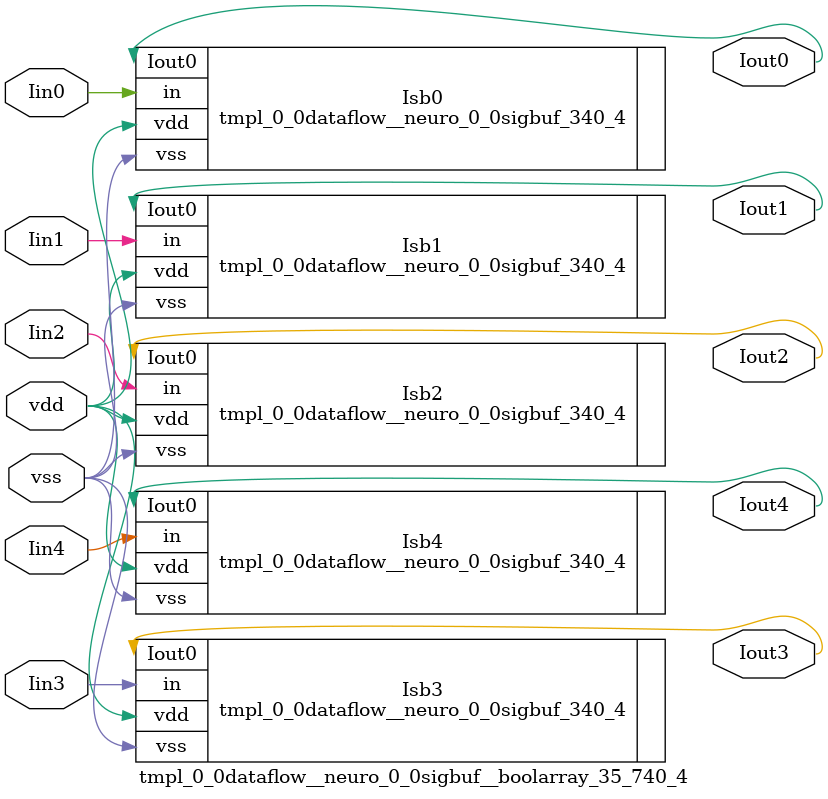
<source format=v>
module tmpl_0_0dataflow__neuro_0_0sigbuf__boolarray_35_740_4(Iin0 , Iin1 , Iin2 , Iin3 , Iin4 , Iout0 , Iout1 , Iout2 , Iout3 , Iout4 , vdd, vss); 
   input vdd;
   input vss;
   input Iin0 ;
   input Iin1 ;
   input Iin2 ;
   input Iin3 ;
   input Iin4 ;
   
   
   
   
   

// -- signals ---
   output Iout1 ;
   output Iout2 ;
   wire Iin4 ;
   output Iout4 ;
   wire Iin1 ;
   output Iout3 ;
   wire Iin0 ;
   wire Iin2 ;
   wire Iin3 ;
   output Iout0 ;

// --- instances
tmpl_0_0dataflow__neuro_0_0sigbuf_340_4 Isb0  (.in(Iin0 ), .Iout0 (Iout0 ), .vdd(vdd), .vss(vss));
tmpl_0_0dataflow__neuro_0_0sigbuf_340_4 Isb1  (.in(Iin1 ), .Iout0 (Iout1 ), .vdd(vdd), .vss(vss));
tmpl_0_0dataflow__neuro_0_0sigbuf_340_4 Isb2  (.in(Iin2 ), .Iout0 (Iout2 ), .vdd(vdd), .vss(vss));
tmpl_0_0dataflow__neuro_0_0sigbuf_340_4 Isb3  (.in(Iin3 ), .Iout0 (Iout3 ), .vdd(vdd), .vss(vss));
tmpl_0_0dataflow__neuro_0_0sigbuf_340_4 Isb4  (.in(Iin4 ), .Iout0 (Iout4 ), .vdd(vdd), .vss(vss));
endmodule
</source>
